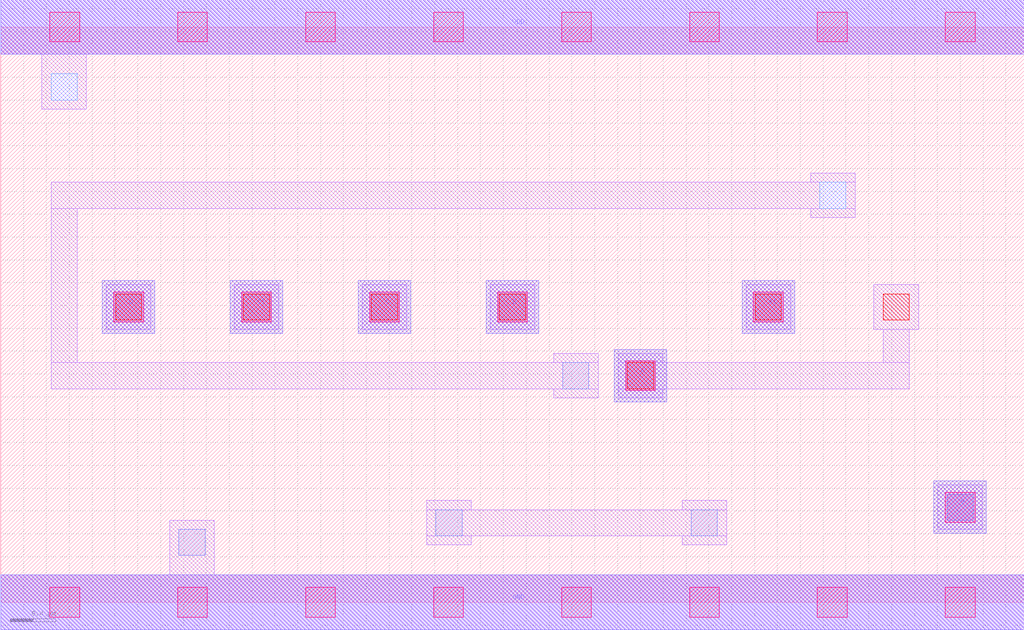
<source format=lef>
MACRO AOAOI2121
 CLASS CORE ;
 FOREIGN AOAOI2121 0 0 ;
 SIZE 8.96 BY 5.04 ;
 ORIGIN 0 0 ;
 SYMMETRY X Y R90 ;
 SITE unit ;
  PIN VDD
   DIRECTION INOUT ;
   USE POWER ;
   SHAPE ABUTMENT ;
    PORT
     CLASS CORE ;
       LAYER met1 ;
        RECT 0.00000000 4.80000000 8.96000000 5.28000000 ;
       LAYER met2 ;
        RECT 0.00000000 4.80000000 8.96000000 5.28000000 ;
    END
  END VDD

  PIN GND
   DIRECTION INOUT ;
   USE POWER ;
   SHAPE ABUTMENT ;
    PORT
     CLASS CORE ;
       LAYER met1 ;
        RECT 0.00000000 -0.24000000 8.96000000 0.24000000 ;
       LAYER met2 ;
        RECT 0.00000000 -0.24000000 8.96000000 0.24000000 ;
    END
  END GND

  PIN Y
   DIRECTION INOUT ;
   USE SIGNAL ;
   SHAPE ABUTMENT ;
    PORT
     CLASS CORE ;
       LAYER met2 ;
        RECT 8.17000000 0.60200000 8.63000000 1.06200000 ;
    END
  END Y

  PIN C1
   DIRECTION INOUT ;
   USE SIGNAL ;
   SHAPE ABUTMENT ;
    PORT
     CLASS CORE ;
       LAYER met2 ;
        RECT 2.01000000 2.35700000 2.47000000 2.81700000 ;
    END
  END C1

  PIN B
   DIRECTION INOUT ;
   USE SIGNAL ;
   SHAPE ABUTMENT ;
    PORT
     CLASS CORE ;
       LAYER met2 ;
        RECT 4.25000000 2.35700000 4.71000000 2.81700000 ;
    END
  END B

  PIN A
   DIRECTION INOUT ;
   USE SIGNAL ;
   SHAPE ABUTMENT ;
    PORT
     CLASS CORE ;
       LAYER met2 ;
        RECT 5.37000000 1.75500000 5.83000000 2.21500000 ;
    END
  END A

  PIN C
   DIRECTION INOUT ;
   USE SIGNAL ;
   SHAPE ABUTMENT ;
    PORT
     CLASS CORE ;
       LAYER met2 ;
        RECT 3.13000000 2.35700000 3.59000000 2.81700000 ;
    END
  END C

  PIN D
   DIRECTION INOUT ;
   USE SIGNAL ;
   SHAPE ABUTMENT ;
    PORT
     CLASS CORE ;
       LAYER met2 ;
        RECT 0.89000000 2.35700000 1.35000000 2.81700000 ;
    END
  END D

  PIN A1
   DIRECTION INOUT ;
   USE SIGNAL ;
   SHAPE ABUTMENT ;
    PORT
     CLASS CORE ;
       LAYER met2 ;
        RECT 6.49000000 2.35700000 6.95000000 2.81700000 ;
    END
  END A1

 OBS
    LAYER polycont ;
     RECT 5.48500000 1.87000000 5.71500000 2.10000000 ;
     RECT 1.00500000 2.47200000 1.23500000 2.70200000 ;
     RECT 2.12500000 2.47200000 2.35500000 2.70200000 ;
     RECT 3.24500000 2.47200000 3.47500000 2.70200000 ;
     RECT 4.36500000 2.47200000 4.59500000 2.70200000 ;
     RECT 6.60500000 2.47200000 6.83500000 2.70200000 ;
     RECT 7.72500000 2.47200000 7.95500000 2.70200000 ;

    LAYER pdiffc ;
     RECT 7.17000000 3.45000000 7.40000000 3.68000000 ;
     RECT 0.44000000 4.40000000 0.67000000 4.63000000 ;

    LAYER ndiffc ;
     RECT 1.56000000 0.41000000 1.79000000 0.64000000 ;
     RECT 3.81000000 0.58200000 4.04000000 0.81200000 ;
     RECT 6.04500000 0.58200000 6.27500000 0.81200000 ;
     RECT 8.28500000 0.71700000 8.51500000 0.94700000 ;
     RECT 4.92000000 1.87000000 5.15000000 2.10000000 ;

    LAYER met1 ;
     RECT 0.00000000 -0.24000000 8.96000000 0.24000000 ;
     RECT 1.48000000 0.24000000 1.87000000 0.72000000 ;
     RECT 3.73000000 0.50200000 4.12000000 0.58200000 ;
     RECT 5.96500000 0.50200000 6.35500000 0.58200000 ;
     RECT 3.73000000 0.58200000 6.35500000 0.81200000 ;
     RECT 3.73000000 0.81200000 4.12000000 0.89200000 ;
     RECT 5.96500000 0.81200000 6.35500000 0.89200000 ;
     RECT 8.20500000 0.63700000 8.59500000 1.02700000 ;
     RECT 0.92500000 2.39200000 1.31500000 2.78200000 ;
     RECT 2.04500000 2.39200000 2.43500000 2.78200000 ;
     RECT 3.16500000 2.39200000 3.55500000 2.78200000 ;
     RECT 4.28500000 2.39200000 4.67500000 2.78200000 ;
     RECT 6.52500000 2.39200000 6.91500000 2.78200000 ;
     RECT 5.40500000 1.79000000 5.79500000 1.87000000 ;
     RECT 5.40500000 1.87000000 7.95500000 2.10000000 ;
     RECT 5.40500000 2.10000000 5.79500000 2.18000000 ;
     RECT 7.72500000 2.10000000 7.95500000 2.39200000 ;
     RECT 7.64500000 2.39200000 8.03500000 2.78200000 ;
     RECT 4.84000000 1.79000000 5.23000000 1.87000000 ;
     RECT 0.44000000 1.87000000 5.23000000 2.10000000 ;
     RECT 4.84000000 2.10000000 5.23000000 2.18000000 ;
     RECT 0.44000000 2.10000000 0.67000000 3.45000000 ;
     RECT 7.09000000 3.37000000 7.48000000 3.45000000 ;
     RECT 0.44000000 3.45000000 7.48000000 3.68000000 ;
     RECT 7.09000000 3.68000000 7.48000000 3.76000000 ;
     RECT 0.36000000 4.32000000 0.75000000 4.80000000 ;
     RECT 0.00000000 4.80000000 8.96000000 5.28000000 ;

    LAYER via1 ;
     RECT 0.43000000 -0.13000000 0.69000000 0.13000000 ;
     RECT 1.55000000 -0.13000000 1.81000000 0.13000000 ;
     RECT 2.67000000 -0.13000000 2.93000000 0.13000000 ;
     RECT 3.79000000 -0.13000000 4.05000000 0.13000000 ;
     RECT 4.91000000 -0.13000000 5.17000000 0.13000000 ;
     RECT 6.03000000 -0.13000000 6.29000000 0.13000000 ;
     RECT 7.15000000 -0.13000000 7.41000000 0.13000000 ;
     RECT 8.27000000 -0.13000000 8.53000000 0.13000000 ;
     RECT 8.27000000 0.70200000 8.53000000 0.96200000 ;
     RECT 5.47000000 1.85500000 5.73000000 2.11500000 ;
     RECT 0.99000000 2.45700000 1.25000000 2.71700000 ;
     RECT 2.11000000 2.45700000 2.37000000 2.71700000 ;
     RECT 3.23000000 2.45700000 3.49000000 2.71700000 ;
     RECT 4.35000000 2.45700000 4.61000000 2.71700000 ;
     RECT 6.59000000 2.45700000 6.85000000 2.71700000 ;
     RECT 0.43000000 4.91000000 0.69000000 5.17000000 ;
     RECT 1.55000000 4.91000000 1.81000000 5.17000000 ;
     RECT 2.67000000 4.91000000 2.93000000 5.17000000 ;
     RECT 3.79000000 4.91000000 4.05000000 5.17000000 ;
     RECT 4.91000000 4.91000000 5.17000000 5.17000000 ;
     RECT 6.03000000 4.91000000 6.29000000 5.17000000 ;
     RECT 7.15000000 4.91000000 7.41000000 5.17000000 ;
     RECT 8.27000000 4.91000000 8.53000000 5.17000000 ;

    LAYER met2 ;
     RECT 0.00000000 -0.24000000 8.96000000 0.24000000 ;
     RECT 8.17000000 0.60200000 8.63000000 1.06200000 ;
     RECT 5.37000000 1.75500000 5.83000000 2.21500000 ;
     RECT 0.89000000 2.35700000 1.35000000 2.81700000 ;
     RECT 2.01000000 2.35700000 2.47000000 2.81700000 ;
     RECT 3.13000000 2.35700000 3.59000000 2.81700000 ;
     RECT 4.25000000 2.35700000 4.71000000 2.81700000 ;
     RECT 6.49000000 2.35700000 6.95000000 2.81700000 ;
     RECT 0.00000000 4.80000000 8.96000000 5.28000000 ;

 END
END AOAOI2121

</source>
